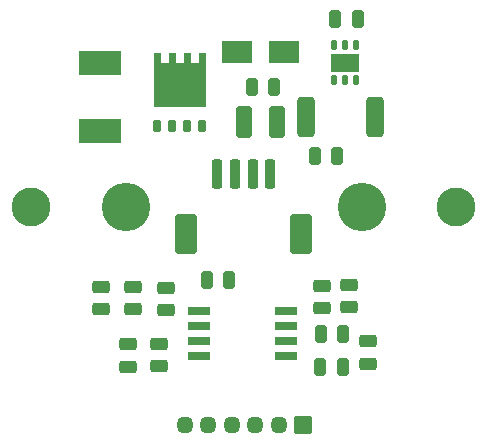
<source format=gbr>
%TF.GenerationSoftware,KiCad,Pcbnew,6.0.6-3a73a75311~116~ubuntu22.04.1*%
%TF.CreationDate,2022-08-06T20:48:40+02:00*%
%TF.ProjectId,buck_3a_v4,6275636b-5f33-4615-9f76-342e6b696361,rev?*%
%TF.SameCoordinates,Original*%
%TF.FileFunction,Soldermask,Top*%
%TF.FilePolarity,Negative*%
%FSLAX46Y46*%
G04 Gerber Fmt 4.6, Leading zero omitted, Abs format (unit mm)*
G04 Created by KiCad (PCBNEW 6.0.6-3a73a75311~116~ubuntu22.04.1) date 2022-08-06 20:48:40*
%MOMM*%
%LPD*%
G01*
G04 APERTURE LIST*
G04 Aperture macros list*
%AMRoundRect*
0 Rectangle with rounded corners*
0 $1 Rounding radius*
0 $2 $3 $4 $5 $6 $7 $8 $9 X,Y pos of 4 corners*
0 Add a 4 corners polygon primitive as box body*
4,1,4,$2,$3,$4,$5,$6,$7,$8,$9,$2,$3,0*
0 Add four circle primitives for the rounded corners*
1,1,$1+$1,$2,$3*
1,1,$1+$1,$4,$5*
1,1,$1+$1,$6,$7*
1,1,$1+$1,$8,$9*
0 Add four rect primitives between the rounded corners*
20,1,$1+$1,$2,$3,$4,$5,0*
20,1,$1+$1,$4,$5,$6,$7,0*
20,1,$1+$1,$6,$7,$8,$9,0*
20,1,$1+$1,$8,$9,$2,$3,0*%
%AMFreePoly0*
4,1,17,2.675000,1.605000,1.875000,1.605000,1.875000,0.935000,2.675000,0.935000,2.675000,0.335000,1.875000,0.335000,1.875000,-0.335000,2.675000,-0.335000,2.675000,-0.935000,1.875000,-0.935000,1.875000,-1.605000,2.675000,-1.605000,2.675000,-2.205000,-1.875000,-2.205000,-1.875000,2.205000,2.675000,2.205000,2.675000,1.605000,2.675000,1.605000,$1*%
G04 Aperture macros list end*
%ADD10RoundRect,0.293750X-0.456250X0.243750X-0.456250X-0.243750X0.456250X-0.243750X0.456250X0.243750X0*%
%ADD11RoundRect,0.293750X-0.243750X-0.456250X0.243750X-0.456250X0.243750X0.456250X-0.243750X0.456250X0*%
%ADD12RoundRect,0.300000X0.375000X1.075000X-0.375000X1.075000X-0.375000X-1.075000X0.375000X-1.075000X0*%
%ADD13RoundRect,0.050000X1.700000X-1.000000X1.700000X1.000000X-1.700000X1.000000X-1.700000X-1.000000X0*%
%ADD14RoundRect,0.050000X1.250000X0.900000X-1.250000X0.900000X-1.250000X-0.900000X1.250000X-0.900000X0*%
%ADD15RoundRect,0.293750X0.456250X-0.243750X0.456250X0.243750X-0.456250X0.243750X-0.456250X-0.243750X0*%
%ADD16C,4.100000*%
%ADD17C,3.300000*%
%ADD18RoundRect,0.300000X0.650000X1.400000X-0.650000X1.400000X-0.650000X-1.400000X0.650000X-1.400000X0*%
%ADD19RoundRect,0.250000X0.200000X1.000000X-0.200000X1.000000X-0.200000X-1.000000X0.200000X-1.000000X0*%
%ADD20O,1.450000X1.450000*%
%ADD21RoundRect,0.050000X-0.675000X0.675000X-0.675000X-0.675000X0.675000X-0.675000X0.675000X0.675000X0*%
%ADD22RoundRect,0.050000X-0.850000X-0.325000X0.850000X-0.325000X0.850000X0.325000X-0.850000X0.325000X0*%
%ADD23RoundRect,0.050000X0.210000X-0.380000X0.210000X0.380000X-0.210000X0.380000X-0.210000X-0.380000X0*%
%ADD24RoundRect,0.050000X1.150000X-0.750000X1.150000X0.750000X-1.150000X0.750000X-1.150000X-0.750000X0*%
%ADD25RoundRect,0.293750X0.243750X0.456250X-0.243750X0.456250X-0.243750X-0.456250X0.243750X-0.456250X0*%
%ADD26RoundRect,0.300000X0.425000X1.425000X-0.425000X1.425000X-0.425000X-1.425000X0.425000X-1.425000X0*%
%ADD27FreePoly0,90.000000*%
%ADD28RoundRect,0.050000X0.250000X-0.425000X0.250000X0.425000X-0.250000X0.425000X-0.250000X-0.425000X0*%
G04 APERTURE END LIST*
D10*
%TO.C,R8*%
X40200000Y-63537500D03*
X40200000Y-61662500D03*
%TD*%
D11*
%TO.C,C3*%
X57900000Y-45700000D03*
X56025000Y-45700000D03*
%TD*%
%TO.C,C7*%
X59637500Y-34100000D03*
X57762500Y-34100000D03*
%TD*%
D12*
%TO.C,C1*%
X50000000Y-42800000D03*
X52800000Y-42800000D03*
%TD*%
D13*
%TO.C,L1*%
X37800000Y-37850000D03*
X37800000Y-43550000D03*
%TD*%
D14*
%TO.C,D1*%
X49400000Y-36900000D03*
X53400000Y-36900000D03*
%TD*%
D15*
%TO.C,C6*%
X43400000Y-56862500D03*
X43400000Y-58737500D03*
%TD*%
D16*
%TO.C,LED+*%
X60000000Y-50000000D03*
%TD*%
%TO.C,LED-*%
X40000000Y-50000000D03*
%TD*%
D17*
%TO.C,H2*%
X68000000Y-50000000D03*
%TD*%
%TO.C,H1*%
X32000000Y-50000000D03*
%TD*%
D18*
%TO.C,J3*%
X45150000Y-52300000D03*
X54850000Y-52300000D03*
D19*
X47750000Y-47250000D03*
X49250000Y-47250000D03*
X50750000Y-47250000D03*
X52250000Y-47250000D03*
%TD*%
D20*
%TO.C,J5*%
X44996000Y-68466000D03*
X46996000Y-68466000D03*
X48996000Y-68466000D03*
X50996000Y-68466000D03*
X52996000Y-68466000D03*
D21*
X54996000Y-68466000D03*
%TD*%
D22*
%TO.C,U2*%
X53546000Y-58811000D03*
X53546000Y-60081000D03*
X53546000Y-61351000D03*
X53546000Y-62621000D03*
X46246000Y-62621000D03*
X46246000Y-61351000D03*
X46246000Y-60081000D03*
X46246000Y-58811000D03*
%TD*%
D23*
%TO.C,U1*%
X57650000Y-39285000D03*
X58600000Y-39285000D03*
X59550000Y-39285000D03*
X59550000Y-36315000D03*
X58600000Y-36315000D03*
X57650000Y-36315000D03*
D24*
X58600000Y-37800000D03*
%TD*%
D11*
%TO.C,R7*%
X48737500Y-56200000D03*
X46862500Y-56200000D03*
%TD*%
D15*
%TO.C,R6*%
X42846000Y-61641000D03*
X42846000Y-63516000D03*
%TD*%
%TO.C,R5*%
X60500000Y-61400000D03*
X60500000Y-63275000D03*
%TD*%
%TO.C,R4*%
X37946000Y-56778500D03*
X37946000Y-58653500D03*
%TD*%
D10*
%TO.C,R3*%
X40596000Y-58653500D03*
X40596000Y-56778500D03*
%TD*%
D25*
%TO.C,R2*%
X56508500Y-60816000D03*
X58383500Y-60816000D03*
%TD*%
D26*
%TO.C,R1*%
X55300000Y-42400000D03*
X61100000Y-42400000D03*
%TD*%
D27*
%TO.C,Q1*%
X44600000Y-39650000D03*
D28*
X46505000Y-43200000D03*
X45235000Y-43200000D03*
X43965000Y-43200000D03*
X42695000Y-43200000D03*
%TD*%
D11*
%TO.C,D2*%
X58375000Y-63600000D03*
X56500000Y-63600000D03*
%TD*%
D15*
%TO.C,C5*%
X58946000Y-56641000D03*
X58946000Y-58516000D03*
%TD*%
%TO.C,C4*%
X56646000Y-56678500D03*
X56646000Y-58553500D03*
%TD*%
D25*
%TO.C,C2*%
X50662500Y-39900000D03*
X52537500Y-39900000D03*
%TD*%
M02*

</source>
